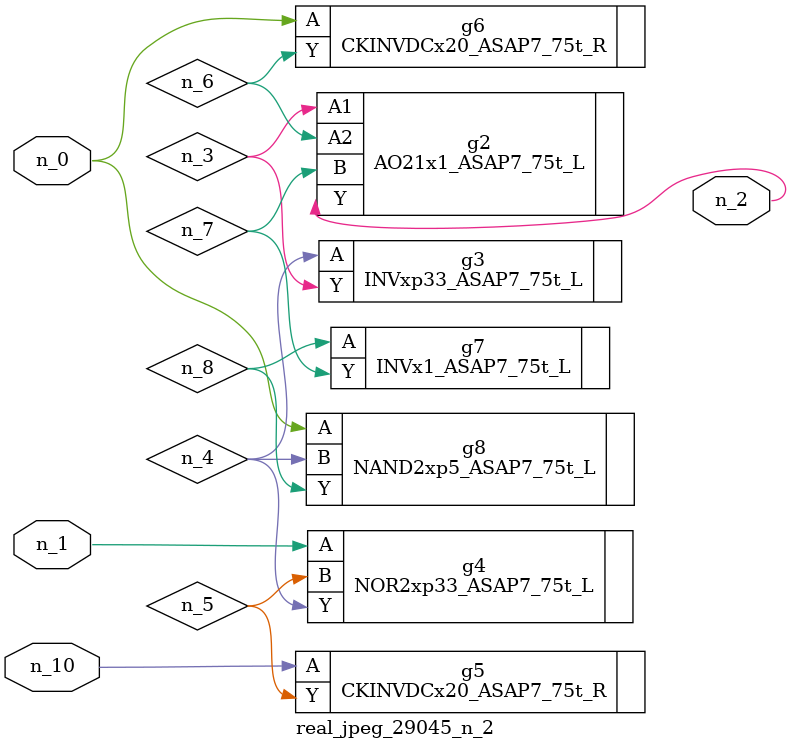
<source format=v>
module real_jpeg_29045_n_2 (n_1, n_10, n_0, n_2);

input n_1;
input n_10;
input n_0;

output n_2;

wire n_5;
wire n_4;
wire n_8;
wire n_6;
wire n_7;
wire n_3;

CKINVDCx20_ASAP7_75t_R g6 ( 
.A(n_0),
.Y(n_6)
);

NAND2xp5_ASAP7_75t_L g8 ( 
.A(n_0),
.B(n_4),
.Y(n_8)
);

NOR2xp33_ASAP7_75t_L g4 ( 
.A(n_1),
.B(n_5),
.Y(n_4)
);

AO21x1_ASAP7_75t_L g2 ( 
.A1(n_3),
.A2(n_6),
.B(n_7),
.Y(n_2)
);

INVxp33_ASAP7_75t_L g3 ( 
.A(n_4),
.Y(n_3)
);

INVx1_ASAP7_75t_L g7 ( 
.A(n_8),
.Y(n_7)
);

CKINVDCx20_ASAP7_75t_R g5 ( 
.A(n_10),
.Y(n_5)
);


endmodule
</source>
